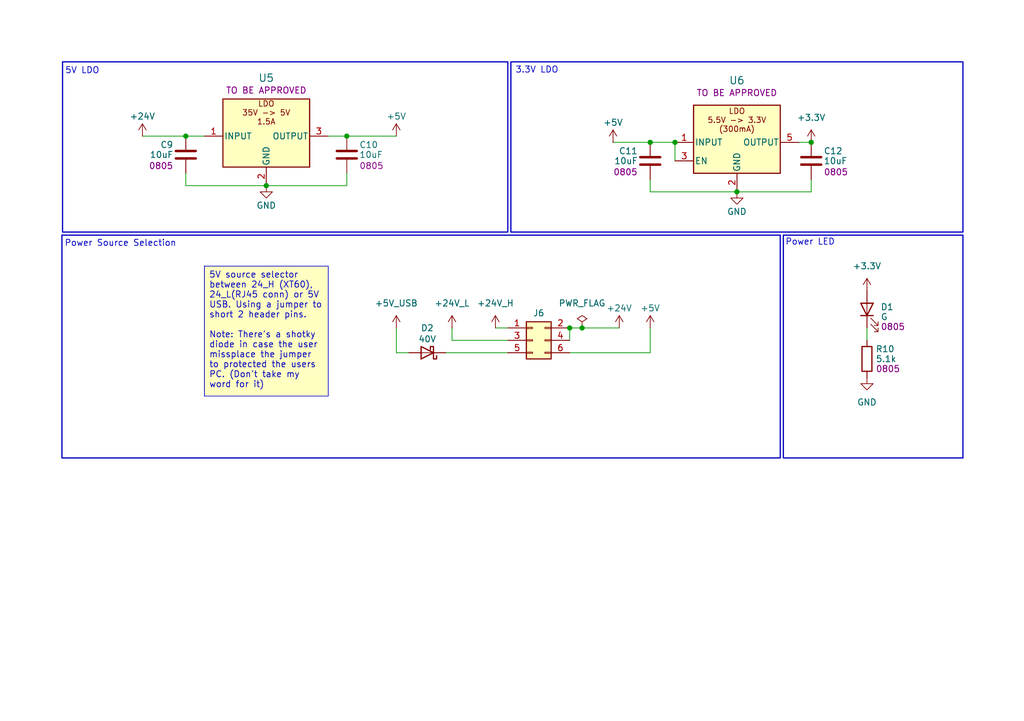
<source format=kicad_sch>
(kicad_sch (version 20231120) (generator "eeschema") (generator_version "8.0")
  (paper "A5")
  (title_block (title "${PROJECTNAME}") (date "2025-02-08") (rev "${REVISION}") (company "${GROUP_NAME}") (comment 1 "${AUTHOR}"))
  (lib_symbols
    (symbol "Connector_Generic:Conn_02x03_Odd_Even" (pin_names (offset 1.016) hide)
      (property "Reference" "J" (at 1.27 5.08 0))
      (property "Value" "Conn_02x03_Odd_Even" (at 1.27 -5.08 0))
      (symbol "Conn_02x03_Odd_Even_1_1"
        (rectangle (start -1.27 -2.413) (end 0 -2.667) (stroke (width 0.1524)))
        (rectangle (start -1.27 0.127) (end 0 -0.127) (stroke (width 0.1524)))
        (rectangle (start -1.27 2.667) (end 0 2.413) (stroke (width 0.1524)))
        (rectangle (start -1.27 3.81) (end 3.81 -3.81) (stroke (width 0.254)) (fill (type background)))
        (rectangle (start 3.81 -2.413) (end 2.54 -2.667) (stroke (width 0.1524)))
        (rectangle (start 3.81 0.127) (end 2.54 -0.127) (stroke (width 0.1524)))
        (rectangle (start 3.81 2.667) (end 2.54 2.413) (stroke (width 0.1524)))
        (pin passive line (at -5.08 2.54 0) (length 3.81) (name "Pin_1") (number "1"))
        (pin passive line (at 7.62 2.54 180) (length 3.81) (name "Pin_2") (number "2"))
        (pin passive line (at -5.08 0 0) (length 3.81) (name "Pin_3") (number "3"))
        (pin passive line (at 7.62 0 180) (length 3.81) (name "Pin_4") (number "4"))
        (pin passive line (at -5.08 -2.54 0) (length 3.81) (name "Pin_5") (number "5"))
        (pin passive line (at 7.62 -2.54 180) (length 3.81) (name "Pin_6") (number "6"))
      )
    )
    (symbol "Device:D_Schottky" (pin_numbers hide) (pin_names (offset 1.016) hide)
      (property "Reference" "D" (at 0 2.54 0))
      (property "Value" "D_Schottky" (at 0 -2.54 0))
      (symbol "D_Schottky_0_1"
        (polyline (pts (xy 1.27 0) (xy -1.27 0)))
        (polyline (pts (xy 1.27 1.27) (xy 1.27 -1.27) (xy -1.27 0) (xy 1.27 1.27)) (stroke (width 0.254)))
        (polyline (pts (xy -1.905 0.635) (xy -1.905 1.27) (xy -1.27 1.27) (xy -1.27 -1.27) (xy -0.635 -1.27) (xy -0.635 -0.635)) (stroke (width 0.254)))
      )
      (symbol "D_Schottky_1_1"
        (pin passive line (at -3.81 0 0) (length 2.54) (name "K") (number "1"))
        (pin passive line (at 3.81 0 180) (length 2.54) (name "A") (number "2"))
      )
    )
    (symbol "RoverLibrary:C_0805" (pin_numbers hide) (pin_names (offset 0.254))
      (property "Reference" "C" (at 2.54 2.032 0))
      (property "Value" "~" (at 2.54 0 0))
      (property "Package" "0805" (at 2.54 -2.286 0))
      (symbol "C_0805_0_1"
        (polyline (pts (xy -2.032 -0.762) (xy 2.032 -0.762)) (stroke (width 0.508)))
        (polyline (pts (xy -2.032 0.762) (xy 2.032 0.762)) (stroke (width 0.508)))
      )
      (symbol "C_0805_1_1"
        (pin passive line (at 0 3.81 270) (length 2.794) (name "~") (number "1"))
        (pin passive line (at 0 -3.81 90) (length 2.794) (name "~") (number "2"))
      )
    )
    (symbol "RoverLibrary:LDO-LM340SX-5.0/NOPB" (pin_names (offset 0.254))
      (property "Reference" "U" (at 0 1.27 0))
      (property "STATUS" "TO BE APPROVED" (at 0 3.048 0))
      (symbol "LDO-LM340SX-5.0/NOPB_1_1"
        (rectangle (start -8.89 0) (end 8.89 -13.97) (stroke (width 0.254)) (fill (type background)))
        (text "LDO\n35V -> 5V\n1.5A\n" (at 0 -2.794 0) (effects (font (size 1.143 1.143))))
        (pin power_in line (at -12.7 -7.62 0) (length 3.81) (name "INPUT") (number "1"))
        (pin power_in line (at 0 -17.78 90) (length 3.81) (name "GND") (number "2"))
        (pin power_out line (at 12.7 -7.62 180) (length 3.81) (name "OUTPUT") (number "3"))
      )
    )
    (symbol "RoverLibrary:LDO-TLV74033PDBVR" (pin_names (offset 0.254))
      (property "Reference" "U" (at 0 1.27 0))
      (property "STATUS" "TO BE APPROVED" (at 0 3.048 0))
      (symbol "LDO-TLV74033PDBVR_1_1"
        (rectangle (start -8.89 0) (end 8.89 -13.97) (stroke (width 0.254)) (fill (type background)))
        (text "LDO\n5.5V -> 3.3V\n(300mA)" (at 0 -3.048 0) (effects (font (size 1.143 1.143))))
        (pin power_in line (at -12.7 -7.62 0) (length 3.81) (name "INPUT") (number "1"))
        (pin power_in line (at 0 -17.78 90) (length 3.81) (name "GND") (number "2"))
        (pin input line (at -12.7 -11.43 0) (length 3.81) (name "EN") (number "3"))
        (pin no_connect line (at 12.7 -11.43 180) (length 3.81) hide (name "NC") (number "4"))
        (pin power_out line (at 12.7 -7.62 180) (length 3.81) (name "OUTPUT") (number "5"))
      )
    )
    (symbol "RoverLibrary:LED" (pin_numbers hide) (pin_names (offset 1.016) hide)
      (property "Reference" "D" (at 0 2.54 0))
      (property "Value" "LED" (at 0 -2.54 0))
      (symbol "LED_0_1"
        (polyline (pts (xy -1.27 -1.27) (xy -1.27 1.27)) (stroke (width 0.254)))
        (polyline (pts (xy -1.27 0) (xy 1.27 0)))
        (polyline (pts (xy 1.27 -1.27) (xy 1.27 1.27) (xy -1.27 0) (xy 1.27 -1.27)) (stroke (width 0.254)))
        (polyline (pts (xy -3.048 -0.762) (xy -4.572 -2.286) (xy -3.81 -2.286) (xy -4.572 -2.286) (xy -4.572 -1.524)))
        (polyline (pts (xy -1.778 -0.762) (xy -3.302 -2.286) (xy -2.54 -2.286) (xy -3.302 -2.286) (xy -3.302 -1.524)))
      )
      (symbol "LED_1_1"
        (pin passive line (at -3.81 0 0) (length 2.54) (name "K") (number "1"))
        (pin passive line (at 3.81 0 180) (length 2.54) (name "A") (number "2"))
      )
    )
    (symbol "RoverLibrary:R_0805" (pin_numbers hide) (pin_names (offset 0))
      (property "Reference" "R" (at 2.032 0 90))
      (property "Value" "k" (at 0 0 90))
      (property "Package" "0805" (at -2.286 0 90))
      (symbol "R_0805_0_1"
        (rectangle (start -1.016 -2.54) (end 1.016 2.54) (stroke (width 0.254)))
      )
      (symbol "R_0805_1_1"
        (pin passive line (at 0 3.81 270) (length 1.27) (name "~") (number "1"))
        (pin passive line (at 0 -3.81 90) (length 1.27) (name "~") (number "2"))
      )
    )
    (symbol "power:+24V" (power) (pin_numbers hide) (pin_names (offset 0) hide)
      (property "Value" "+24V" (at 0 3.556 0))
      (symbol "+24V_0_1"
        (polyline (pts (xy -0.762 1.27) (xy 0 2.54)))
        (polyline (pts (xy 0 0) (xy 0 2.54)))
        (polyline (pts (xy 0 2.54) (xy 0.762 1.27)))
      )
      (symbol "+24V_1_1"
        (pin power_in line (at 0 0 90) (length 0) (name "~") (number "1"))
      )
    )
    (symbol "power:+3.3V" (power) (pin_numbers hide) (pin_names (offset 0) hide)
      (property "Value" "+3.3V" (at 0 3.556 0))
      (symbol "+3.3V_0_1"
        (polyline (pts (xy -0.762 1.27) (xy 0 2.54)))
        (polyline (pts (xy 0 0) (xy 0 2.54)))
        (polyline (pts (xy 0 2.54) (xy 0.762 1.27)))
      )
      (symbol "+3.3V_1_1"
        (pin power_in line (at 0 0 90) (length 0) (name "~") (number "1"))
      )
    )
    (symbol "power:+5V" (power) (pin_numbers hide) (pin_names (offset 0) hide)
      (property "Value" "+5V" (at 0 3.556 0))
      (symbol "+5V_0_1"
        (polyline (pts (xy -0.762 1.27) (xy 0 2.54)))
        (polyline (pts (xy 0 0) (xy 0 2.54)))
        (polyline (pts (xy 0 2.54) (xy 0.762 1.27)))
      )
      (symbol "+5V_1_1"
        (pin power_in line (at 0 0 90) (length 0) (name "~") (number "1"))
      )
    )
    (symbol "power:GND" (power) (pin_numbers hide) (pin_names (offset 0) hide)
      (property "Value" "GND" (at 0 -3.81 0))
      (symbol "GND_0_1"
        (polyline (pts (xy 0 0) (xy 0 -1.27) (xy 1.27 -1.27) (xy 0 -2.54) (xy -1.27 -1.27) (xy 0 -1.27)))
      )
      (symbol "GND_1_1"
        (pin power_in line (at 0 0 270) (length 0) (name "~") (number "1"))
      )
    )
    (symbol "power:PWR_FLAG" (power) (pin_numbers hide) (pin_names (offset 0) hide)
      (property "Value" "PWR_FLAG" (at 0 3.81 0))
      (symbol "PWR_FLAG_0_0"
        (pin power_out line (at 0 0 90) (length 0) (name "~") (number "1"))
      )
      (symbol "PWR_FLAG_0_1"
        (polyline (pts (xy 0 0) (xy 0 1.27) (xy -1.016 1.905) (xy 0 2.54) (xy 1.016 1.905) (xy 0 1.27)))
      )
    )
  )
  (junction (at 116.84 67.31))
  (junction (at 166.37 29.21))
  (junction (at 133.35 29.21))
  (junction (at 38.1 27.94))
  (junction (at 54.61 38.1))
  (junction (at 138.43 29.21))
  (junction (at 71.12 27.94))
  (junction (at 119.38 67.31))
  (junction (at 151.13 39.37))
  (wire (pts (xy 83.82 72.39) (xy 81.28 72.39)))
  (wire (pts (xy 151.13 39.37) (xy 166.37 39.37)))
  (wire (pts (xy 138.43 29.21) (xy 138.43 33.02)))
  (wire (pts (xy 91.44 72.39) (xy 104.14 72.39)))
  (wire (pts (xy 177.8 69.85) (xy 177.8 67.31)))
  (wire (pts (xy 71.12 38.1) (xy 54.61 38.1)))
  (wire (pts (xy 133.35 72.39) (xy 133.35 67.31)))
  (wire (pts (xy 38.1 38.1) (xy 54.61 38.1)))
  (wire (pts (xy 133.35 39.37) (xy 151.13 39.37)))
  (wire (pts (xy 81.28 72.39) (xy 81.28 67.31)))
  (wire (pts (xy 38.1 27.94) (xy 41.91 27.94)))
  (wire (pts (xy 101.6 67.31) (xy 104.14 67.31)))
  (wire (pts (xy 116.84 67.31) (xy 119.38 67.31)))
  (wire (pts (xy 38.1 35.56) (xy 38.1 38.1)))
  (wire (pts (xy 133.35 29.21) (xy 138.43 29.21)))
  (wire (pts (xy 116.84 67.31) (xy 116.84 69.85)))
  (wire (pts (xy 119.38 67.31) (xy 127 67.31)))
  (wire (pts (xy 133.35 36.83) (xy 133.35 39.37)))
  (wire (pts (xy 81.28 27.94) (xy 71.12 27.94)))
  (wire (pts (xy 92.71 69.85) (xy 104.14 69.85)))
  (wire (pts (xy 166.37 29.21) (xy 163.83 29.21)))
  (wire (pts (xy 125.73 29.21) (xy 133.35 29.21)))
  (wire (pts (xy 29.21 27.94) (xy 38.1 27.94)))
  (wire (pts (xy 116.84 72.39) (xy 133.35 72.39)))
  (wire (pts (xy 166.37 39.37) (xy 166.37 36.83)))
  (wire (pts (xy 71.12 35.56) (xy 71.12 38.1)))
  (wire (pts (xy 71.12 27.94) (xy 67.31 27.94)))
  (wire (pts (xy 92.71 67.31) (xy 92.71 69.85)))
  (rectangle (start 160.655 48.26) (end 197.485 93.98) (stroke (width 0.254)))
  (rectangle (start 104.775 12.7) (end 197.485 47.625) (stroke (width 0.254)))
  (rectangle (start 12.7 48.26) (end 160.02 93.98) (stroke (width 0.254)))
  (rectangle (start 12.827 12.7) (end 104.14 47.625) (stroke (width 0.254)))
  (text_box "5V source selector between 24_H (XT60), 24_L(RJ45 conn) or 5V USB. Using a jumper to short 2 header pins.\n\nNote: There's a shotky diode in case the user missplace the jumper to protected the users PC. (Don't take my word for it)" (at 41.91 54.61 0) (size 25.4 26.67) (fill (type color) (color 255 255 194 1)) (effects (font (size 1.27 1.27)) (justify left top)))
  (text "5V LDO" (at 13.335 14.605 0) (effects (font (size 1.27 1.27)) (justify left)))
  (text "Power Source Selection" (at 13.208 50.038 0) (effects (font (size 1.27 1.27)) (justify left)))
  (text "Power LED" (at 161.036 49.784 0) (effects (font (size 1.27 1.27)) (justify left)))
  (text "3.3V LDO" (at 105.664 14.478 0) (effects (font (size 1.27 1.27)) (justify left)))
  (symbol (lib_id "power:+5V") (at 81.28 27.94 0) (unit 1)
    (property "Reference" "#PWR032" (effects (hide yes)))
    (property "Value" "+5V" (at 81.28 23.876 0))
    (property "Description" "Power symbol creates a global label with name \"+5V\"" (effects (hide yes)))
  )
  (symbol (lib_id "RoverLibrary:LDO-TLV74033PDBVR") (at 151.13 21.59 0) (unit 1)
    (property "Reference" "U6" (at 151.13 16.51 0) (effects (font (size 1.524 1.524))))
    (property "Value" "LDO-TLV74033PDBVR" (effects (hide yes)))
    (property "Footprint" "Package_TO_SOT_SMD:SOT-23-5_HandSoldering" (effects (hide yes)))
    (property "Datasheet" "https://mm.digikey.com/Volume0/opasdata/d220001/medias/docus/5334/TLV740P_DS.pdf" (effects (hide yes)))
    (property "Description" "LDO Fixed output 3.3V. Input range: 3.7V-5.5V. 300mA" (effects (hide yes)))
    (property "STATUS" "TO BE APPROVED" (at 151.13 19.05 0))
    (property "Digikey" "https://www.digikey.ca/en/products/detail/texas-instruments/TLV74033PDBVR/12642183" (effects (hide yes)))
  )
  (symbol (lib_id "power:+24V") (at 92.71 67.31 0) (mirror y) (unit 1)
    (property "Reference" "#PWR039" (effects (hide yes)))
    (property "Value" "+24V_L" (at 92.71 62.23 0))
    (property "Description" "Power symbol creates a global label with name \"+24V\"" (effects (hide yes)))
  )
  (symbol (lib_id "RoverLibrary:C_0805") (at 71.12 31.75 0) (unit 1)
    (property "Reference" "C10" (at 73.66 29.718 0) (effects (justify left)))
    (property "Value" "10uF" (at 73.66 31.75 0) (effects (justify left)))
    (property "Footprint" "Capacitor_SMD:C_0805_2012Metric_Pad1.18x1.45mm_HandSolder" (effects (hide yes)))
    (property "Description" "Unpolarized capacitor" (effects (hide yes)))
    (property "Package" "0805" (at 73.66 34.036 0) (effects (justify left)))
  )
  (symbol (lib_id "power:PWR_FLAG") (at 119.38 67.31 0) (unit 1)
    (property "Reference" "#FLG01" (effects (hide yes)))
    (property "Value" "PWR_FLAG" (at 119.38 62.23 0))
    (property "Description" "Special symbol for telling ERC where power comes from" (effects (hide yes)))
  )
  (symbol (lib_id "power:+24V") (at 101.6 67.31 0) (unit 1)
    (property "Reference" "#PWR040" (effects (hide yes)))
    (property "Value" "+24V_H" (at 101.6 62.23 0))
    (property "Description" "Power symbol creates a global label with name \"+24V\"" (effects (hide yes)))
  )
  (symbol (lib_id "power:GND") (at 177.8 77.47 0) (unit 1)
    (property "Reference" "#PWR043" (effects (hide yes)))
    (property "Value" "GND" (at 177.8 82.55 0))
    (property "Description" "Power symbol creates a global label with name \"GND\" , ground" (effects (hide yes)))
  )
  (symbol (lib_id "power:GND") (at 151.13 39.37 0) (unit 1)
    (property "Reference" "#PWR036" (effects (hide yes)))
    (property "Value" "GND" (at 151.13 43.434 0))
    (property "Description" "Power symbol creates a global label with name \"GND\" , ground" (effects (hide yes)))
  )
  (symbol (lib_id "power:+24V") (at 29.21 27.94 0) (mirror y) (unit 1)
    (property "Reference" "#PWR031" (effects (hide yes)))
    (property "Value" "+24V" (at 29.21 23.876 0))
    (property "Description" "Power symbol creates a global label with name \"+24V\"" (effects (hide yes)))
  )
  (symbol (lib_id "RoverLibrary:LDO-LM340SX-5.0/NOPB") (at 54.61 20.32 0) (unit 1)
    (property "Reference" "U5" (at 54.61 16.002 0) (effects (font (size 1.524 1.524))))
    (property "Value" "LDO-LM340SX-5.0/NOPB" (effects (hide yes)))
    (property "Footprint" "Package_TO_SOT_SMD:TO-263-3_TabPin2" (effects (hide yes)))
    (property "Datasheet" "https://www.ti.com/lit/ds/symlink/lm7800.pdf" (effects (hide yes)))
    (property "Description" "7.5V-35V To 5V LDO. 1.5A, Theta_JA = 44.8" (effects (hide yes)))
    (property "STATUS" "TO BE APPROVED" (at 54.61 18.542 0))
  )
  (symbol (lib_id "RoverLibrary:R_0805") (at 177.8 73.66 180) (unit 1)
    (property "Reference" "R10" (at 179.578 71.628 0) (effects (justify right)))
    (property "Value" "5.1k" (at 179.578 73.66 0) (effects (justify right)))
    (property "Footprint" "Resistor_SMD:R_0805_2012Metric_Pad1.20x1.40mm_HandSolder" (effects (hide yes)))
    (property "Description" "Resistor" (effects (hide yes)))
    (property "Package" "0805" (at 179.578 75.692 0) (effects (justify right)))
  )
  (symbol (lib_id "power:+24V") (at 127 67.31 0) (mirror y) (unit 1)
    (property "Reference" "#PWR041" (effects (hide yes)))
    (property "Value" "+24V" (at 127 63.246 0))
    (property "Description" "Power symbol creates a global label with name \"+24V\"" (effects (hide yes)))
  )
  (symbol (lib_id "power:+5V") (at 133.35 67.31 0) (unit 1)
    (property "Reference" "#PWR042" (effects (hide yes)))
    (property "Value" "+5V" (at 133.35 63.246 0))
    (property "Description" "Power symbol creates a global label with name \"+5V\"" (effects (hide yes)))
  )
  (symbol (lib_id "RoverLibrary:C_0805") (at 38.1 31.75 0) (mirror y) (unit 1)
    (property "Reference" "C9" (at 35.56 29.718 0) (effects (justify left)))
    (property "Value" "10uF" (at 35.56 31.75 0) (effects (justify left)))
    (property "Footprint" "Capacitor_SMD:C_0805_2012Metric_Pad1.18x1.45mm_HandSolder" (effects (hide yes)))
    (property "Description" "Unpolarized capacitor" (effects (hide yes)))
    (property "Package" "0805" (at 35.56 34.036 0) (effects (justify left)))
  )
  (symbol (lib_id "Connector_Generic:Conn_02x03_Odd_Even") (at 109.22 69.85 0) (unit 1)
    (property "Reference" "J6" (at 110.49 64.262 0))
    (property "Value" "Conn_02x03_Odd_Even" (effects (hide yes)))
    (property "Footprint" "Connector_PinHeader_2.54mm:PinHeader_2x03_P2.54mm_Vertical_SMD" (effects (hide yes)))
    (property "Description" "Generic connector, double row, 02x03, odd/even pin numbering scheme (row 1 odd numbers, row 2 even numbers), script generated (kicad-library-utils/schlib/autogen/connector/)" (effects (hide yes)))
  )
  (symbol (lib_id "RoverLibrary:C_0805") (at 133.35 33.02 0) (mirror y) (unit 1)
    (property "Reference" "C11" (at 130.81 30.988 0) (effects (justify left)))
    (property "Value" "10uF" (at 130.81 33.02 0) (effects (justify left)))
    (property "Footprint" "Capacitor_SMD:C_0805_2012Metric_Pad1.18x1.45mm_HandSolder" (effects (hide yes)))
    (property "Description" "Unpolarized capacitor" (effects (hide yes)))
    (property "Package" "0805" (at 130.81 35.306 0) (effects (justify left)))
  )
  (symbol (lib_id "power:+5V") (at 81.28 67.31 0) (unit 1)
    (property "Reference" "#PWR038" (effects (hide yes)))
    (property "Value" "+5V_USB" (at 81.28 62.23 0))
    (property "Description" "Power symbol creates a global label with name \"+5V\"" (effects (hide yes)))
  )
  (symbol (lib_id "power:+5V") (at 125.73 29.21 0) (unit 1)
    (property "Reference" "#PWR033" (effects (hide yes)))
    (property "Value" "+5V" (at 125.73 25.146 0))
    (property "Description" "Power symbol creates a global label with name \"+5V\"" (effects (hide yes)))
  )
  (symbol (lib_id "RoverLibrary:C_0805") (at 166.37 33.02 0) (unit 1)
    (property "Reference" "C12" (at 168.91 30.988 0) (effects (justify left)))
    (property "Value" "10uF" (at 168.91 33.02 0) (effects (justify left)))
    (property "Footprint" "Capacitor_SMD:C_0805_2012Metric_Pad1.18x1.45mm_HandSolder" (effects (hide yes)))
    (property "Description" "Unpolarized capacitor" (effects (hide yes)))
    (property "Package" "0805" (at 168.91 35.306 0) (effects (justify left)))
  )
  (symbol (lib_id "power:+3.3V") (at 166.37 29.21 0) (unit 1)
    (property "Reference" "#PWR034" (effects (hide yes)))
    (property "Value" "+3.3V" (at 166.37 24.13 0))
    (property "Description" "Power symbol creates a global label with name \"+3.3V\"" (effects (hide yes)))
  )
  (symbol (lib_id "power:+3.3V") (at 177.8 59.69 0) (unit 1)
    (property "Reference" "#PWR037" (effects (hide yes)))
    (property "Value" "+3.3V" (at 177.8 54.61 0))
    (property "Description" "Power symbol creates a global label with name \"+3.3V\"" (effects (hide yes)))
  )
  (symbol (lib_id "Device:D_Schottky") (at 87.63 72.39 180) (unit 1)
    (property "Reference" "D2" (at 87.63 67.31 0))
    (property "Value" "40V" (at 87.63 69.596 0))
    (property "Footprint" "Diode_SMD:D_SMA" (effects (hide yes)))
    (property "Description" "Schottky diode" (effects (hide yes)))
  )
  (symbol (lib_id "RoverLibrary:LED") (at 177.8 63.5 90) (unit 1)
    (property "Reference" "D1" (at 180.594 62.992 90) (effects (justify right)))
    (property "Value" "G" (at 180.594 65.024 90) (effects (justify right)))
    (property "Footprint" "LED_SMD:LED_0805_2012Metric_Pad1.15x1.40mm_HandSolder" (effects (hide yes)))
    (property "Description" "Light emitting diode" (effects (hide yes)))
    (property "Package" "0805" (at 180.594 67.056 90) (effects (justify right)))
  )
  (symbol (lib_id "power:GND") (at 54.61 38.1 0) (unit 1)
    (property "Reference" "#PWR035" (effects (hide yes)))
    (property "Value" "GND" (at 54.61 42.164 0))
    (property "Description" "Power symbol creates a global label with name \"GND\" , ground" (effects (hide yes)))
  )
)
</source>
